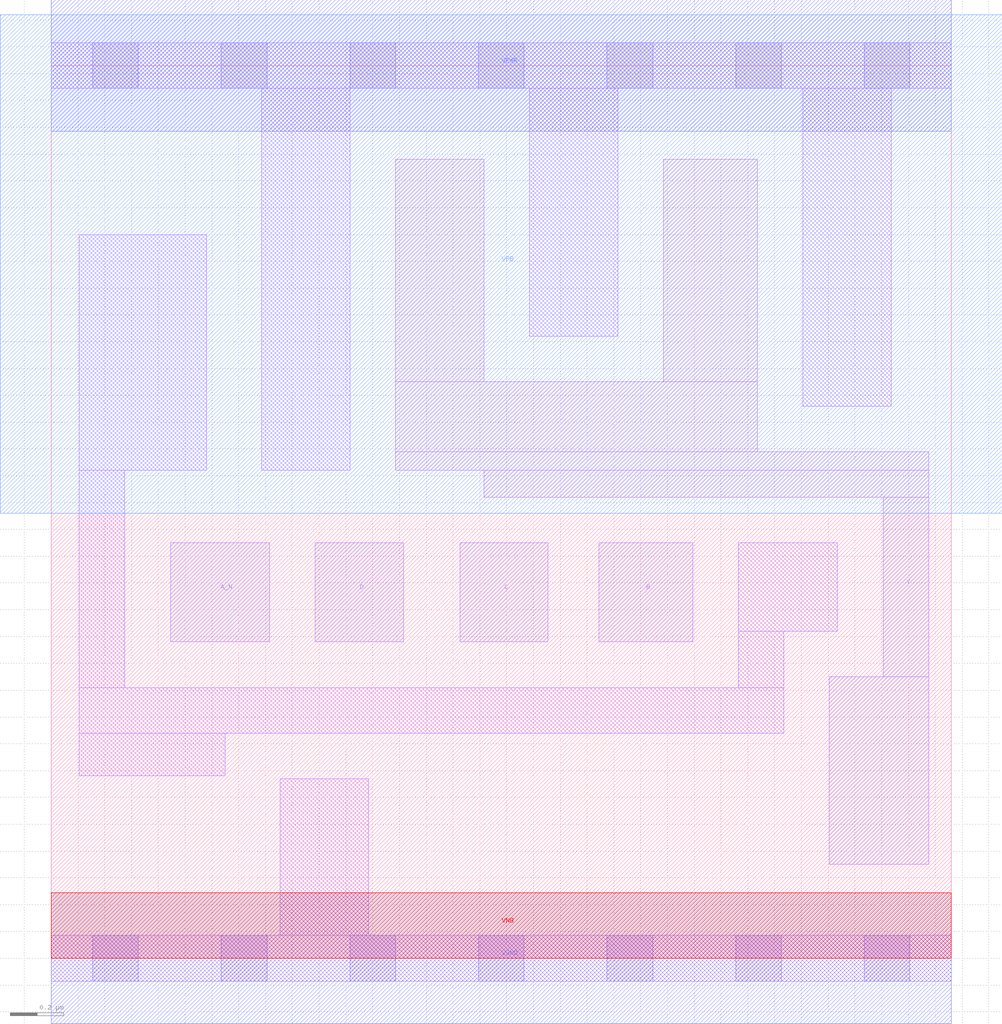
<source format=lef>
# Copyright 2020 The SkyWater PDK Authors
#
# Licensed under the Apache License, Version 2.0 (the "License");
# you may not use this file except in compliance with the License.
# You may obtain a copy of the License at
#
#     https://www.apache.org/licenses/LICENSE-2.0
#
# Unless required by applicable law or agreed to in writing, software
# distributed under the License is distributed on an "AS IS" BASIS,
# WITHOUT WARRANTIES OR CONDITIONS OF ANY KIND, either express or implied.
# See the License for the specific language governing permissions and
# limitations under the License.
#
# SPDX-License-Identifier: Apache-2.0

VERSION 5.7 ;
  NOWIREEXTENSIONATPIN ON ;
  DIVIDERCHAR "/" ;
  BUSBITCHARS "[]" ;
MACRO sky130_fd_sc_ls__nand4b_1
  CLASS CORE ;
  FOREIGN sky130_fd_sc_ls__nand4b_1 ;
  ORIGIN  0.000000  0.000000 ;
  SIZE  3.360000 BY  3.330000 ;
  SYMMETRY X Y ;
  SITE unit ;
  PIN A_N
    ANTENNAGATEAREA  0.208500 ;
    DIRECTION INPUT ;
    USE SIGNAL ;
    PORT
      LAYER li1 ;
        RECT 0.445000 1.180000 0.815000 1.550000 ;
    END
  END A_N
  PIN B
    ANTENNAGATEAREA  0.279000 ;
    DIRECTION INPUT ;
    USE SIGNAL ;
    PORT
      LAYER li1 ;
        RECT 2.045000 1.180000 2.395000 1.550000 ;
    END
  END B
  PIN C
    ANTENNAGATEAREA  0.279000 ;
    DIRECTION INPUT ;
    USE SIGNAL ;
    PORT
      LAYER li1 ;
        RECT 1.525000 1.180000 1.855000 1.550000 ;
    END
  END C
  PIN D
    ANTENNAGATEAREA  0.279000 ;
    DIRECTION INPUT ;
    USE SIGNAL ;
    PORT
      LAYER li1 ;
        RECT 0.985000 1.180000 1.315000 1.550000 ;
    END
  END D
  PIN Y
    ANTENNADIFFAREA  1.012400 ;
    DIRECTION OUTPUT ;
    USE SIGNAL ;
    PORT
      LAYER li1 ;
        RECT 1.285000 1.820000 3.275000 1.890000 ;
        RECT 1.285000 1.890000 2.635000 2.150000 ;
        RECT 1.285000 2.150000 1.615000 2.980000 ;
        RECT 1.615000 1.720000 3.275000 1.820000 ;
        RECT 2.285000 2.150000 2.635000 2.980000 ;
        RECT 2.905000 0.350000 3.275000 1.050000 ;
        RECT 3.105000 1.050000 3.275000 1.720000 ;
    END
  END Y
  PIN VGND
    DIRECTION INOUT ;
    SHAPE ABUTMENT ;
    USE GROUND ;
    PORT
      LAYER met1 ;
        RECT 0.000000 -0.245000 3.360000 0.245000 ;
    END
  END VGND
  PIN VNB
    DIRECTION INOUT ;
    USE GROUND ;
    PORT
      LAYER pwell ;
        RECT 0.000000 0.000000 3.360000 0.245000 ;
    END
  END VNB
  PIN VPB
    DIRECTION INOUT ;
    USE POWER ;
    PORT
      LAYER nwell ;
        RECT -0.190000 1.660000 3.550000 3.520000 ;
    END
  END VPB
  PIN VPWR
    DIRECTION INOUT ;
    SHAPE ABUTMENT ;
    USE POWER ;
    PORT
      LAYER met1 ;
        RECT 0.000000 3.085000 3.360000 3.575000 ;
    END
  END VPWR
  OBS
    LAYER li1 ;
      RECT 0.000000 -0.085000 3.360000 0.085000 ;
      RECT 0.000000  3.245000 3.360000 3.415000 ;
      RECT 0.105000  0.680000 0.650000 0.840000 ;
      RECT 0.105000  0.840000 2.735000 1.010000 ;
      RECT 0.105000  1.010000 0.275000 1.820000 ;
      RECT 0.105000  1.820000 0.580000 2.700000 ;
      RECT 0.785000  1.820000 1.115000 3.245000 ;
      RECT 0.855000  0.085000 1.185000 0.670000 ;
      RECT 1.785000  2.320000 2.115000 3.245000 ;
      RECT 2.565000  1.010000 2.735000 1.220000 ;
      RECT 2.565000  1.220000 2.935000 1.550000 ;
      RECT 2.805000  2.060000 3.135000 3.245000 ;
    LAYER mcon ;
      RECT 0.155000 -0.085000 0.325000 0.085000 ;
      RECT 0.155000  3.245000 0.325000 3.415000 ;
      RECT 0.635000 -0.085000 0.805000 0.085000 ;
      RECT 0.635000  3.245000 0.805000 3.415000 ;
      RECT 1.115000 -0.085000 1.285000 0.085000 ;
      RECT 1.115000  3.245000 1.285000 3.415000 ;
      RECT 1.595000 -0.085000 1.765000 0.085000 ;
      RECT 1.595000  3.245000 1.765000 3.415000 ;
      RECT 2.075000 -0.085000 2.245000 0.085000 ;
      RECT 2.075000  3.245000 2.245000 3.415000 ;
      RECT 2.555000 -0.085000 2.725000 0.085000 ;
      RECT 2.555000  3.245000 2.725000 3.415000 ;
      RECT 3.035000 -0.085000 3.205000 0.085000 ;
      RECT 3.035000  3.245000 3.205000 3.415000 ;
  END
END sky130_fd_sc_ls__nand4b_1
END LIBRARY

</source>
